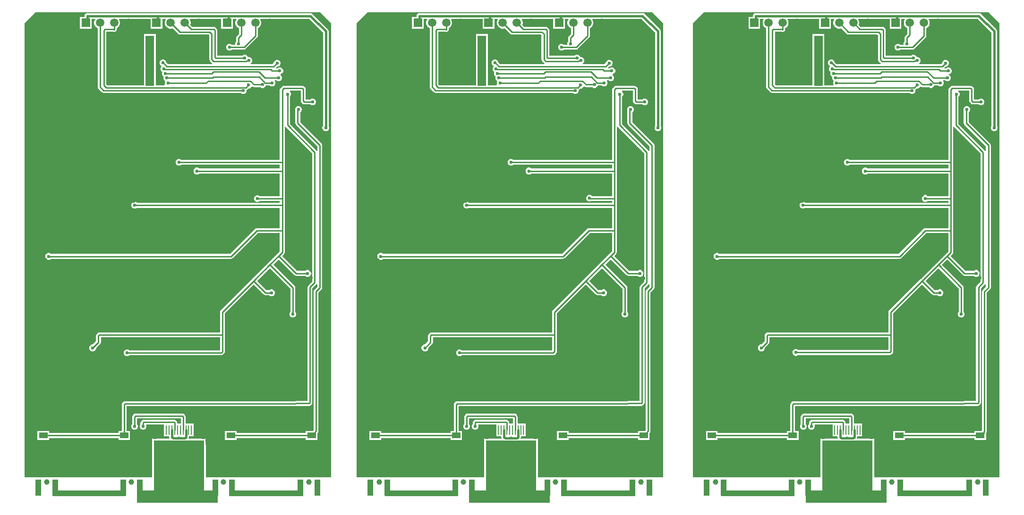
<source format=gbl>
G04*
G04 #@! TF.GenerationSoftware,Altium Limited,Altium Designer,23.6.0 (18)*
G04*
G04 Layer_Physical_Order=2*
G04 Layer_Color=16711680*
%FSLAX44Y44*%
%MOMM*%
G71*
G04*
G04 #@! TF.SameCoordinates,4061A6F7-F738-458C-8749-E02376798AA4*
G04*
G04*
G04 #@! TF.FilePolarity,Positive*
G04*
G01*
G75*
%ADD30R,0.2000X1.7000*%
%ADD33C,0.2540*%
%ADD34C,0.4000*%
%ADD35C,1.0000*%
%ADD36R,1.5000X9.0000*%
%ADD37R,9.0000X2.0000*%
%ADD38R,9.0000X1.0000*%
%ADD39R,1.0000X3.0000*%
%ADD40O,1.0000X9.0000*%
%ADD41C,1.5000*%
%ADD42R,1.5000X1.5000*%
%ADD43O,9.0000X1.0000*%
%ADD44R,0.5700X2.0000*%
%ADD45R,9.0000X9.0000*%
%ADD46C,0.6000*%
%ADD47R,1.5000X1.0000*%
G36*
X1148750Y2058750D02*
Y1243750D01*
X923819D01*
Y1302500D01*
X923750Y1303024D01*
Y1304226D01*
X923819Y1304750D01*
X923750Y1305274D01*
Y1312750D01*
X916274D01*
X915750Y1312819D01*
X893423D01*
X892824Y1313939D01*
X892960Y1314142D01*
X893348Y1316093D01*
Y1317000D01*
X902250D01*
Y1340000D01*
X887604D01*
Y1352262D01*
X887272Y1353928D01*
X886329Y1355341D01*
X884841Y1356828D01*
X883428Y1357772D01*
X881762Y1358104D01*
X797988D01*
X796322Y1357772D01*
X794909Y1356828D01*
X793421Y1355341D01*
X792478Y1353928D01*
X792146Y1352262D01*
Y1339119D01*
X791541Y1338514D01*
X790627Y1336308D01*
Y1333921D01*
X791541Y1331716D01*
X793228Y1330028D01*
X795434Y1329115D01*
X797821D01*
X800026Y1330028D01*
X801714Y1331716D01*
X802627Y1333921D01*
Y1336308D01*
X801714Y1338514D01*
X800854Y1339374D01*
Y1349396D01*
X878896D01*
Y1340000D01*
X872604D01*
Y1341512D01*
X872272Y1343178D01*
X871329Y1344591D01*
X869841Y1346078D01*
X868428Y1347022D01*
X866762Y1347354D01*
X812738D01*
X811072Y1347022D01*
X809659Y1346078D01*
X808171Y1344591D01*
X807228Y1343178D01*
X806896Y1341512D01*
Y1339632D01*
X806163Y1338899D01*
X805250Y1336694D01*
Y1334307D01*
X806163Y1332101D01*
X807851Y1330414D01*
X810057Y1329500D01*
X812443D01*
X814649Y1330414D01*
X816337Y1332101D01*
X817250Y1334307D01*
Y1336694D01*
X816879Y1337590D01*
X817584Y1338646D01*
X849250D01*
Y1317000D01*
X858152D01*
Y1316093D01*
X858540Y1314142D01*
X858676Y1313939D01*
X858077Y1312819D01*
X835750D01*
X835226Y1312750D01*
X827750D01*
Y1305274D01*
X827681Y1304750D01*
X827698Y1304625D01*
X827681Y1304500D01*
Y1243750D01*
X598750D01*
Y2058750D01*
X618750Y2078750D01*
X1128750D01*
X1148750Y2058750D01*
D02*
G37*
G36*
X1751750Y2058750D02*
Y1243750D01*
X1526819D01*
Y1302500D01*
X1526750Y1303024D01*
Y1304226D01*
X1526819Y1304750D01*
X1526750Y1305274D01*
Y1312750D01*
X1519274D01*
X1518750Y1312819D01*
X1496423D01*
X1495824Y1313939D01*
X1495960Y1314142D01*
X1496348Y1316093D01*
Y1317000D01*
X1505250D01*
Y1340000D01*
X1490604D01*
Y1352262D01*
X1490272Y1353928D01*
X1489328Y1355341D01*
X1487841Y1356828D01*
X1486428Y1357772D01*
X1484762Y1358104D01*
X1400988D01*
X1399322Y1357772D01*
X1397909Y1356828D01*
X1396422Y1355341D01*
X1395478Y1353928D01*
X1395146Y1352262D01*
Y1339119D01*
X1394541Y1338514D01*
X1393627Y1336308D01*
Y1333921D01*
X1394541Y1331716D01*
X1396228Y1330028D01*
X1398434Y1329115D01*
X1400821D01*
X1403026Y1330028D01*
X1404714Y1331716D01*
X1405627Y1333921D01*
Y1336308D01*
X1404714Y1338514D01*
X1403854Y1339374D01*
Y1349396D01*
X1481896D01*
Y1340000D01*
X1475604D01*
Y1341512D01*
X1475273Y1343178D01*
X1474329Y1344591D01*
X1472841Y1346078D01*
X1471428Y1347022D01*
X1469762Y1347354D01*
X1415738D01*
X1414072Y1347022D01*
X1412659Y1346078D01*
X1411172Y1344591D01*
X1410228Y1343178D01*
X1409896Y1341512D01*
Y1339632D01*
X1409164Y1338899D01*
X1408250Y1336693D01*
Y1334306D01*
X1409164Y1332101D01*
X1410851Y1330413D01*
X1413056Y1329500D01*
X1415444D01*
X1417649Y1330413D01*
X1419337Y1332101D01*
X1420250Y1334306D01*
Y1336693D01*
X1419879Y1337590D01*
X1420584Y1338646D01*
X1452250D01*
Y1317000D01*
X1461152D01*
Y1316093D01*
X1461540Y1314142D01*
X1461676Y1313939D01*
X1461077Y1312819D01*
X1438750D01*
X1438226Y1312750D01*
X1430750D01*
Y1305274D01*
X1430681Y1304750D01*
X1430697Y1304625D01*
X1430681Y1304500D01*
Y1243750D01*
X1201750D01*
Y2058750D01*
X1201750D01*
X1221750Y2078750D01*
X1731750D01*
X1751750Y2058750D01*
D02*
G37*
G36*
X553500D02*
Y1243750D01*
X328569D01*
Y1302500D01*
X328500Y1303024D01*
Y1304226D01*
X328569Y1304750D01*
X328500Y1305274D01*
Y1312750D01*
X321024D01*
X320500Y1312819D01*
X298173D01*
X297574Y1313939D01*
X297710Y1314142D01*
X298098Y1316093D01*
Y1317000D01*
X307000D01*
Y1340000D01*
X292354D01*
Y1352262D01*
X292022Y1353928D01*
X291078Y1355341D01*
X289591Y1356828D01*
X288178Y1357772D01*
X286512Y1358104D01*
X202738D01*
X201072Y1357772D01*
X199659Y1356828D01*
X198172Y1355341D01*
X197228Y1353928D01*
X196896Y1352262D01*
Y1339119D01*
X196291Y1338514D01*
X195377Y1336308D01*
Y1333921D01*
X196291Y1331716D01*
X197978Y1330028D01*
X200184Y1329115D01*
X202571D01*
X204776Y1330028D01*
X206464Y1331716D01*
X207377Y1333921D01*
Y1336308D01*
X206464Y1338514D01*
X205604Y1339374D01*
Y1349396D01*
X283646D01*
Y1340000D01*
X277354D01*
Y1341512D01*
X277022Y1343178D01*
X276079Y1344591D01*
X274591Y1346078D01*
X273178Y1347022D01*
X271512Y1347354D01*
X217488D01*
X215822Y1347022D01*
X214409Y1346078D01*
X212922Y1344591D01*
X211978Y1343178D01*
X211646Y1341512D01*
Y1339632D01*
X210913Y1338899D01*
X210000Y1336693D01*
Y1334306D01*
X210913Y1332101D01*
X212601Y1330413D01*
X214806Y1329500D01*
X217194D01*
X219399Y1330413D01*
X221087Y1332101D01*
X222000Y1334306D01*
Y1336693D01*
X221628Y1337590D01*
X222334Y1338646D01*
X254000D01*
Y1317000D01*
X262902D01*
Y1316093D01*
X263290Y1314142D01*
X263426Y1313939D01*
X262827Y1312819D01*
X240500D01*
X239976Y1312750D01*
X232500D01*
Y1305274D01*
X232431Y1304750D01*
X232447Y1304625D01*
X232431Y1304500D01*
Y1243750D01*
X3500D01*
Y2058750D01*
X23500Y2078750D01*
X533500D01*
X553500Y2058750D01*
D02*
G37*
%LPC*%
G36*
X1097012Y1946354D02*
X1063500D01*
X1061834Y1946022D01*
X1060422Y1945078D01*
X1057922Y1942578D01*
X1056978Y1941166D01*
X1056646Y1939500D01*
Y1813463D01*
X879819D01*
X879087Y1814196D01*
X876881Y1815110D01*
X874494D01*
X872289Y1814196D01*
X870601Y1812509D01*
X869688Y1810303D01*
Y1807916D01*
X870601Y1805711D01*
X872289Y1804023D01*
X874494Y1803110D01*
X876881D01*
X879087Y1804023D01*
X879819Y1804756D01*
X1056646D01*
Y1797968D01*
X912009D01*
X911276Y1798701D01*
X909071Y1799615D01*
X906684D01*
X904478Y1798701D01*
X902791Y1797014D01*
X901877Y1794808D01*
Y1792421D01*
X902791Y1790216D01*
X904478Y1788528D01*
X906684Y1787615D01*
X909071D01*
X911276Y1788528D01*
X912009Y1789261D01*
X1056646D01*
Y1748468D01*
X1021017D01*
X1019649Y1749837D01*
X1017443Y1750750D01*
X1015057D01*
X1012851Y1749837D01*
X1011163Y1748149D01*
X1010250Y1745943D01*
Y1743557D01*
X1011163Y1741351D01*
X1012851Y1739664D01*
X1015057Y1738750D01*
X1017443D01*
X1019649Y1739664D01*
X1019746Y1739761D01*
X1056646D01*
Y1736219D01*
X800767D01*
X799899Y1737087D01*
X797693Y1738000D01*
X795306D01*
X793101Y1737087D01*
X791413Y1735399D01*
X790500Y1733194D01*
Y1730806D01*
X791413Y1728601D01*
X793101Y1726913D01*
X795306Y1726000D01*
X797693D01*
X799899Y1726913D01*
X800497Y1727511D01*
X1056646D01*
Y1690854D01*
X1015500D01*
X1013834Y1690522D01*
X1012421Y1689579D01*
X967562Y1644719D01*
X646509D01*
X645776Y1645452D01*
X643571Y1646365D01*
X641184D01*
X638978Y1645452D01*
X637291Y1643764D01*
X636377Y1641558D01*
Y1639171D01*
X637291Y1636966D01*
X638978Y1635278D01*
X641184Y1634365D01*
X643571D01*
X645776Y1635278D01*
X646509Y1636011D01*
X969365D01*
X971031Y1636343D01*
X972443Y1637286D01*
X1017303Y1682146D01*
X1056646D01*
Y1649303D01*
X1051547Y1644204D01*
X1051546Y1644203D01*
X1035671Y1628329D01*
X1006546Y1599203D01*
X950549Y1543206D01*
X949605Y1541793D01*
X949274Y1540127D01*
Y1503854D01*
X732988D01*
X731322Y1503522D01*
X729909Y1502578D01*
X728421Y1501091D01*
X727478Y1499678D01*
X727146Y1498012D01*
Y1488041D01*
X721220Y1482115D01*
X720184D01*
X717978Y1481201D01*
X716291Y1479514D01*
X715377Y1477308D01*
Y1474921D01*
X716291Y1472716D01*
X717978Y1471028D01*
X720184Y1470115D01*
X722571D01*
X724776Y1471028D01*
X726464Y1472716D01*
X727377Y1474921D01*
Y1475958D01*
X734578Y1483159D01*
X735522Y1484572D01*
X735854Y1486238D01*
Y1495146D01*
X949274D01*
Y1471354D01*
X787632D01*
X786899Y1472087D01*
X784694Y1473000D01*
X782307D01*
X780101Y1472087D01*
X778413Y1470399D01*
X777500Y1468194D01*
Y1465807D01*
X778413Y1463601D01*
X780101Y1461913D01*
X782307Y1461000D01*
X784694D01*
X786899Y1461913D01*
X787632Y1462646D01*
X951274D01*
X952940Y1462978D01*
X954353Y1463922D01*
X955218Y1464786D01*
X955962Y1465530D01*
X955962Y1465530D01*
X955962Y1465531D01*
X956706Y1466274D01*
X957175Y1466977D01*
X957649Y1467687D01*
X957649Y1467687D01*
X957649Y1467687D01*
X957801Y1468449D01*
X957981Y1469353D01*
Y1538324D01*
X1009625Y1589968D01*
X1027557Y1572036D01*
X1028969Y1571093D01*
X1030635Y1570761D01*
X1037495D01*
X1038228Y1570028D01*
X1040434Y1569115D01*
X1042821D01*
X1045026Y1570028D01*
X1046714Y1571716D01*
X1047627Y1573921D01*
Y1576308D01*
X1046714Y1578514D01*
X1045026Y1580202D01*
X1042821Y1581115D01*
X1040434D01*
X1038228Y1580202D01*
X1037495Y1579469D01*
X1032438D01*
X1015782Y1596125D01*
X1038750Y1619093D01*
X1075524Y1582320D01*
Y1540497D01*
X1074791Y1539764D01*
X1073877Y1537558D01*
Y1535172D01*
X1074791Y1532966D01*
X1076478Y1531278D01*
X1078684Y1530365D01*
X1081071D01*
X1083276Y1531278D01*
X1084964Y1532966D01*
X1085877Y1535172D01*
Y1537558D01*
X1084964Y1539764D01*
X1084231Y1540497D01*
Y1584123D01*
X1083899Y1585789D01*
X1082956Y1587201D01*
X1044907Y1625250D01*
X1054625Y1634968D01*
X1082807Y1606786D01*
X1084219Y1605843D01*
X1085885Y1605511D01*
X1102495D01*
X1103228Y1604778D01*
X1105434Y1603865D01*
X1107821D01*
X1110026Y1604778D01*
X1111714Y1606466D01*
X1112627Y1608671D01*
Y1611058D01*
X1111714Y1613264D01*
X1110026Y1614951D01*
X1107821Y1615865D01*
X1105434D01*
X1103228Y1614951D01*
X1102495Y1614218D01*
X1087689D01*
X1060782Y1641125D01*
X1064079Y1644422D01*
X1065022Y1645834D01*
X1065354Y1647500D01*
Y1873654D01*
X1065602Y1873749D01*
X1066624Y1873866D01*
X1067421Y1872672D01*
X1114646Y1825447D01*
Y1594803D01*
X1107672Y1587829D01*
X1106728Y1586416D01*
X1106396Y1584750D01*
Y1380604D01*
X1085250D01*
X1083993Y1380354D01*
X779238D01*
X777572Y1380022D01*
X776159Y1379079D01*
X774671Y1377591D01*
X773728Y1376178D01*
X773396Y1374512D01*
Y1326750D01*
X767250D01*
Y1323104D01*
X643250D01*
Y1326750D01*
X622250D01*
Y1310750D01*
X643250D01*
Y1314396D01*
X767250D01*
Y1310750D01*
X788250D01*
Y1326750D01*
X782104D01*
Y1371646D01*
X1085000D01*
X1086257Y1371896D01*
X1109262D01*
X1110928Y1372228D01*
X1112341Y1373172D01*
X1113829Y1374659D01*
X1114772Y1376072D01*
X1115104Y1377738D01*
Y1582947D01*
X1122078Y1589922D01*
X1122876Y1591116D01*
X1123898Y1590999D01*
X1124146Y1590904D01*
Y1585803D01*
X1118421Y1580078D01*
X1117478Y1578666D01*
X1117146Y1577000D01*
Y1328303D01*
X1116901Y1328058D01*
X1116027Y1326750D01*
X1103250D01*
Y1323104D01*
X979250D01*
Y1326750D01*
X958250D01*
Y1310750D01*
X979250D01*
Y1314396D01*
X1103250D01*
Y1310750D01*
X1124250D01*
Y1322059D01*
X1124334Y1322480D01*
Y1323177D01*
X1124578Y1323422D01*
X1125522Y1324834D01*
X1125854Y1326500D01*
Y1575197D01*
X1131579Y1580921D01*
X1132522Y1582334D01*
X1132854Y1584000D01*
Y1839750D01*
X1132522Y1841416D01*
X1131579Y1842829D01*
X1093104Y1881303D01*
Y1898957D01*
X1093276Y1899028D01*
X1094964Y1900716D01*
X1095877Y1902921D01*
Y1905308D01*
X1094964Y1907514D01*
X1093276Y1909202D01*
X1091071Y1910115D01*
X1088684D01*
X1086478Y1909202D01*
X1084791Y1907514D01*
X1083877Y1905308D01*
Y1902921D01*
X1084396Y1901668D01*
Y1879500D01*
X1084728Y1877834D01*
X1085671Y1876422D01*
X1124146Y1837947D01*
Y1829346D01*
X1123898Y1829251D01*
X1122876Y1829134D01*
X1122078Y1830329D01*
X1074854Y1877553D01*
Y1926868D01*
X1076087Y1928101D01*
X1077000Y1930307D01*
Y1932693D01*
X1076087Y1934899D01*
X1074609Y1936376D01*
X1074841Y1937369D01*
X1074998Y1937646D01*
X1094146D01*
Y1919480D01*
X1094478Y1917814D01*
X1095422Y1916401D01*
X1097286Y1914536D01*
X1098699Y1913593D01*
X1100365Y1913261D01*
X1111245D01*
X1111978Y1912528D01*
X1114184Y1911615D01*
X1116571D01*
X1118776Y1912528D01*
X1120464Y1914216D01*
X1121377Y1916421D01*
Y1918808D01*
X1120464Y1921014D01*
X1118776Y1922702D01*
X1116571Y1923615D01*
X1114184D01*
X1111978Y1922702D01*
X1111245Y1921969D01*
X1102854D01*
Y1940512D01*
X1102522Y1942178D01*
X1101579Y1943591D01*
X1100091Y1945078D01*
X1098678Y1946022D01*
X1097012Y1946354D01*
D02*
G37*
G36*
X1111500Y2077098D02*
X711593D01*
X709642Y2076710D01*
X707988Y2075605D01*
X706883Y2073951D01*
X706495Y2072000D01*
Y2070000D01*
X698450D01*
Y2049000D01*
X719450D01*
Y2066902D01*
X725265D01*
X725766Y2065632D01*
X724566Y2063553D01*
X723850Y2060882D01*
Y2058118D01*
X724566Y2055447D01*
X725948Y2053053D01*
X727903Y2051098D01*
X729996Y2049889D01*
Y1944380D01*
X730328Y1942714D01*
X731272Y1941301D01*
X737401Y1935172D01*
X738814Y1934228D01*
X740480Y1933896D01*
X986725D01*
X987978Y1932643D01*
X990184Y1931730D01*
X992571D01*
X994776Y1932643D01*
X996464Y1934331D01*
X997377Y1936537D01*
Y1938923D01*
X997337Y1939020D01*
X997448Y1939228D01*
X998861Y1940172D01*
X1000439Y1941750D01*
X1001944D01*
X1004149Y1942664D01*
X1005837Y1944351D01*
X1006067Y1944906D01*
X1007562Y1945199D01*
X1008469Y1944593D01*
X1010135Y1944261D01*
X1021496D01*
X1022228Y1943528D01*
X1024434Y1942615D01*
X1026821D01*
X1029026Y1943528D01*
X1030714Y1945216D01*
X1031627Y1947421D01*
Y1947511D01*
X1038245D01*
X1038978Y1946778D01*
X1041184Y1945865D01*
X1043571D01*
X1045776Y1946778D01*
X1047464Y1948466D01*
X1048377Y1950671D01*
Y1953058D01*
X1047464Y1955264D01*
X1047389Y1955338D01*
X1047875Y1956511D01*
X1050745D01*
X1051478Y1955778D01*
X1053684Y1954865D01*
X1056071D01*
X1058276Y1955778D01*
X1059964Y1957466D01*
X1060877Y1959671D01*
Y1962058D01*
X1059964Y1964264D01*
X1058276Y1965952D01*
X1057875Y1966118D01*
X1057845Y1966801D01*
X1058001Y1967440D01*
X1060026Y1968278D01*
X1061714Y1969966D01*
X1062627Y1972171D01*
Y1974558D01*
X1061714Y1976764D01*
X1060026Y1978452D01*
X1057821Y1979365D01*
X1055434D01*
X1053228Y1978452D01*
X1052495Y1977719D01*
X1049934D01*
X1049408Y1978988D01*
X1051784Y1981365D01*
X1052821D01*
X1055026Y1982278D01*
X1056714Y1983966D01*
X1057627Y1986171D01*
Y1988558D01*
X1056714Y1990764D01*
X1055026Y1992451D01*
X1052821Y1993365D01*
X1050434D01*
X1048228Y1992451D01*
X1046541Y1990764D01*
X1045627Y1988558D01*
Y1987522D01*
X1043709Y1985604D01*
X1004555D01*
X1004303Y1986874D01*
X1004399Y1986913D01*
X1006087Y1988601D01*
X1007000Y1990807D01*
Y1993194D01*
X1006087Y1995399D01*
X1004399Y1997087D01*
X1002194Y1998000D01*
X999807D01*
X999761Y1997981D01*
X999087Y1999609D01*
X997399Y2001297D01*
X995193Y2002210D01*
X992806D01*
X990601Y2001297D01*
X989868Y2000564D01*
X944354D01*
Y2046400D01*
X944022Y2048066D01*
X943079Y2049478D01*
X941404Y2051154D01*
X939991Y2052097D01*
X938325Y2052429D01*
X899628D01*
X896274Y2055783D01*
X896900Y2058118D01*
Y2060882D01*
X896184Y2063553D01*
X894984Y2065632D01*
X895485Y2066902D01*
X951600D01*
Y2049000D01*
X972600D01*
Y2066902D01*
X978415D01*
X978916Y2065632D01*
X977716Y2063553D01*
X977000Y2060882D01*
Y2058118D01*
X977716Y2055447D01*
X979098Y2053053D01*
X981053Y2051098D01*
X983146Y2049889D01*
Y2039660D01*
X979671Y2036186D01*
X978728Y2034773D01*
X978396Y2033107D01*
Y2026132D01*
X977663Y2025399D01*
X976750Y2023194D01*
Y2020807D01*
X976357Y2020219D01*
X970509D01*
X969776Y2020952D01*
X967571Y2021865D01*
X965184D01*
X962978Y2020952D01*
X961291Y2019264D01*
X960377Y2017058D01*
Y2014671D01*
X961291Y2012466D01*
X962978Y2010778D01*
X965184Y2009865D01*
X967571D01*
X969776Y2010778D01*
X970509Y2011511D01*
X992365D01*
X994031Y2011843D01*
X995443Y2012786D01*
X1015978Y2033322D01*
X1016922Y2034734D01*
X1017254Y2036400D01*
Y2049889D01*
X1019347Y2051098D01*
X1021302Y2053053D01*
X1022684Y2055447D01*
X1023400Y2058118D01*
Y2060882D01*
X1022684Y2063553D01*
X1021484Y2065632D01*
X1021985Y2066902D01*
X1109388D01*
X1133779Y2042511D01*
Y1874486D01*
X1132877Y1872308D01*
Y1869921D01*
X1133791Y1867716D01*
X1135478Y1866028D01*
X1137684Y1865115D01*
X1140071D01*
X1142276Y1866028D01*
X1143964Y1867716D01*
X1144877Y1869921D01*
Y1872308D01*
X1143975Y1874486D01*
Y2044623D01*
X1143587Y2046574D01*
X1142482Y2048228D01*
X1115105Y2075605D01*
X1113451Y2076710D01*
X1111500Y2077098D01*
D02*
G37*
%LPD*%
G36*
X852416Y2065632D02*
X851216Y2063553D01*
X850500Y2060882D01*
Y2058118D01*
X851216Y2055447D01*
X852598Y2053053D01*
X854553Y2051098D01*
X856947Y2049716D01*
X859618Y2049000D01*
X862382D01*
X864717Y2049626D01*
X874671Y2039671D01*
X876084Y2038728D01*
X877750Y2038396D01*
X929447D01*
X930396Y2037447D01*
Y1993488D01*
X930728Y1991822D01*
X931672Y1990410D01*
X934469Y1987612D01*
X935574Y1986874D01*
X935217Y1985604D01*
X856053D01*
X853150Y1988506D01*
Y1989041D01*
X852237Y1991247D01*
X850549Y1992934D01*
X848344Y1993848D01*
X845957D01*
X843752Y1992934D01*
X842064Y1991247D01*
X841151Y1989041D01*
Y1986654D01*
X842064Y1984449D01*
X843752Y1982761D01*
X844164Y1982590D01*
X844412Y1981345D01*
X843564Y1980497D01*
X842651Y1978291D01*
Y1975904D01*
X843564Y1973699D01*
X845252Y1972011D01*
X846372Y1971548D01*
X845500Y1969444D01*
Y1967057D01*
X846413Y1964851D01*
X848101Y1963163D01*
X848571Y1962969D01*
X848250Y1962193D01*
Y1959807D01*
X849164Y1957601D01*
X850851Y1955914D01*
X851077Y1954690D01*
X850250Y1952693D01*
Y1950307D01*
X850844Y1948874D01*
X850002Y1947604D01*
X834250D01*
Y2039250D01*
X813250D01*
Y1947604D01*
X747553D01*
X745854Y1949303D01*
Y2043896D01*
X757457D01*
X758084Y2043478D01*
X759750Y2043146D01*
X761416Y2043478D01*
X762829Y2044422D01*
X763772Y2045834D01*
X764104Y2047500D01*
Y2049889D01*
X766197Y2051098D01*
X768152Y2053053D01*
X769534Y2055447D01*
X770250Y2058118D01*
Y2060882D01*
X769534Y2063553D01*
X768334Y2065632D01*
X768835Y2066902D01*
X825100D01*
Y2049000D01*
X846100D01*
Y2066902D01*
X851915D01*
X852416Y2065632D01*
D02*
G37*
%LPC*%
G36*
X1700012Y1946354D02*
X1666500D01*
X1664834Y1946022D01*
X1663421Y1945078D01*
X1660921Y1942578D01*
X1659978Y1941166D01*
X1659646Y1939500D01*
Y1813463D01*
X1482820D01*
X1482086Y1814196D01*
X1479881Y1815110D01*
X1477494D01*
X1475289Y1814196D01*
X1473601Y1812509D01*
X1472688Y1810303D01*
Y1807916D01*
X1473601Y1805711D01*
X1475289Y1804023D01*
X1477494Y1803110D01*
X1479881D01*
X1482086Y1804023D01*
X1482820Y1804756D01*
X1659646D01*
Y1797968D01*
X1515009D01*
X1514276Y1798701D01*
X1512071Y1799615D01*
X1509684D01*
X1507478Y1798701D01*
X1505791Y1797014D01*
X1504877Y1794808D01*
Y1792421D01*
X1505791Y1790216D01*
X1507478Y1788528D01*
X1509684Y1787615D01*
X1512071D01*
X1514276Y1788528D01*
X1515009Y1789261D01*
X1659646D01*
Y1748468D01*
X1623017D01*
X1621900Y1749585D01*
X1619695Y1750498D01*
X1617308D01*
X1615103Y1749585D01*
X1613415Y1747897D01*
X1612502Y1745692D01*
Y1743305D01*
X1613415Y1741100D01*
X1615103Y1739412D01*
X1617308Y1738499D01*
X1619695D01*
X1621900Y1739412D01*
X1622250Y1739761D01*
X1659646D01*
Y1736219D01*
X1403767D01*
X1402555Y1737431D01*
X1400349Y1738344D01*
X1397962D01*
X1395757Y1737431D01*
X1394069Y1735743D01*
X1393156Y1733538D01*
Y1731151D01*
X1394069Y1728945D01*
X1395757Y1727258D01*
X1397962Y1726344D01*
X1400349D01*
X1402555Y1727258D01*
X1402808Y1727511D01*
X1659646D01*
Y1690854D01*
X1618500D01*
X1616834Y1690522D01*
X1615421Y1689579D01*
X1570562Y1644718D01*
X1249509D01*
X1248776Y1645451D01*
X1246571Y1646365D01*
X1244184D01*
X1241978Y1645451D01*
X1240291Y1643764D01*
X1239377Y1641558D01*
Y1639171D01*
X1240291Y1636966D01*
X1241978Y1635278D01*
X1244184Y1634365D01*
X1246571D01*
X1248776Y1635278D01*
X1249509Y1636011D01*
X1572365D01*
X1574031Y1636343D01*
X1575443Y1637286D01*
X1620303Y1682146D01*
X1659646D01*
Y1649303D01*
X1654547Y1644203D01*
X1654547Y1644203D01*
X1638672Y1628329D01*
X1609547Y1599203D01*
X1553549Y1543206D01*
X1552605Y1541793D01*
X1552274Y1540127D01*
Y1503854D01*
X1335988D01*
X1334322Y1503522D01*
X1332909Y1502578D01*
X1331422Y1501091D01*
X1330478Y1499678D01*
X1330146Y1498012D01*
Y1488041D01*
X1324220Y1482115D01*
X1323184D01*
X1320978Y1481201D01*
X1319291Y1479514D01*
X1318377Y1477308D01*
Y1474921D01*
X1319291Y1472716D01*
X1320978Y1471028D01*
X1323184Y1470115D01*
X1325571D01*
X1327776Y1471028D01*
X1329464Y1472716D01*
X1330377Y1474921D01*
Y1475958D01*
X1337578Y1483159D01*
X1338522Y1484572D01*
X1338854Y1486238D01*
Y1495146D01*
X1552274D01*
Y1472068D01*
X1390596D01*
X1389863Y1472801D01*
X1387658Y1473715D01*
X1385271D01*
X1383066Y1472801D01*
X1381378Y1471113D01*
X1380465Y1468908D01*
Y1466521D01*
X1381378Y1464316D01*
X1383066Y1462628D01*
X1385271Y1461715D01*
X1387658D01*
X1389863Y1462628D01*
X1390596Y1463361D01*
X1554989D01*
X1556655Y1463692D01*
X1558067Y1464636D01*
X1559706Y1466274D01*
X1560649Y1467687D01*
X1560981Y1469353D01*
Y1538324D01*
X1612625Y1589968D01*
X1630557Y1572036D01*
X1631969Y1571093D01*
X1633635Y1570761D01*
X1640495D01*
X1641228Y1570028D01*
X1643434Y1569115D01*
X1645821D01*
X1648026Y1570028D01*
X1649714Y1571716D01*
X1650627Y1573921D01*
Y1576308D01*
X1649714Y1578514D01*
X1648026Y1580201D01*
X1645821Y1581115D01*
X1643434D01*
X1641228Y1580201D01*
X1640495Y1579469D01*
X1635438D01*
X1618782Y1596125D01*
X1641750Y1619093D01*
X1678524Y1582319D01*
Y1540497D01*
X1677791Y1539764D01*
X1676877Y1537558D01*
Y1535171D01*
X1677791Y1532966D01*
X1679478Y1531278D01*
X1681684Y1530365D01*
X1684071D01*
X1686276Y1531278D01*
X1687964Y1532966D01*
X1688877Y1535171D01*
Y1537558D01*
X1687964Y1539764D01*
X1687231Y1540497D01*
Y1584123D01*
X1686899Y1585789D01*
X1685956Y1587201D01*
X1647907Y1625250D01*
X1657625Y1634968D01*
X1685807Y1606786D01*
X1687219Y1605843D01*
X1688885Y1605511D01*
X1705495D01*
X1706228Y1604778D01*
X1708434Y1603865D01*
X1710821D01*
X1713026Y1604778D01*
X1714714Y1606466D01*
X1715627Y1608671D01*
Y1611058D01*
X1714714Y1613264D01*
X1713026Y1614951D01*
X1710821Y1615865D01*
X1708434D01*
X1706228Y1614951D01*
X1705495Y1614218D01*
X1690688D01*
X1663782Y1641125D01*
X1667079Y1644422D01*
X1668022Y1645834D01*
X1668354Y1647500D01*
Y1873654D01*
X1668602Y1873749D01*
X1669624Y1873866D01*
X1670421Y1872672D01*
X1717646Y1825447D01*
Y1594803D01*
X1710672Y1587828D01*
X1709728Y1586416D01*
X1709396Y1584750D01*
Y1380604D01*
X1688250D01*
X1686993Y1380354D01*
X1382238D01*
X1380572Y1380022D01*
X1379159Y1379078D01*
X1377672Y1377590D01*
X1376728Y1376178D01*
X1376396Y1374512D01*
Y1326750D01*
X1370250D01*
Y1323104D01*
X1246250D01*
Y1326750D01*
X1225250D01*
Y1310750D01*
X1246250D01*
Y1314396D01*
X1370250D01*
Y1310750D01*
X1391250D01*
Y1326750D01*
X1385104D01*
Y1371646D01*
X1688000D01*
X1689257Y1371896D01*
X1712262D01*
X1713928Y1372228D01*
X1715341Y1373172D01*
X1716828Y1374659D01*
X1717772Y1376072D01*
X1718104Y1377738D01*
Y1582947D01*
X1725078Y1589922D01*
X1725876Y1591116D01*
X1726898Y1590999D01*
X1727146Y1590904D01*
Y1585803D01*
X1721422Y1580078D01*
X1720478Y1578666D01*
X1720146Y1577000D01*
Y1328303D01*
X1719901Y1328058D01*
X1719027Y1326750D01*
X1706250D01*
Y1323104D01*
X1582250D01*
Y1326750D01*
X1561250D01*
Y1310750D01*
X1582250D01*
Y1314396D01*
X1706250D01*
Y1310750D01*
X1727250D01*
Y1322059D01*
X1727334Y1322480D01*
Y1323177D01*
X1727578Y1323421D01*
X1728522Y1324834D01*
X1728854Y1326500D01*
Y1575197D01*
X1734579Y1580921D01*
X1735522Y1582334D01*
X1735854Y1584000D01*
Y1839750D01*
X1735522Y1841416D01*
X1734579Y1842829D01*
X1696104Y1881303D01*
Y1898957D01*
X1696276Y1899028D01*
X1697964Y1900716D01*
X1698877Y1902921D01*
Y1905308D01*
X1697964Y1907514D01*
X1696276Y1909201D01*
X1694071Y1910115D01*
X1691684D01*
X1689478Y1909201D01*
X1687791Y1907514D01*
X1686877Y1905308D01*
Y1902921D01*
X1687396Y1901668D01*
Y1879500D01*
X1687728Y1877834D01*
X1688672Y1876422D01*
X1727146Y1837947D01*
Y1829346D01*
X1726898Y1829251D01*
X1725876Y1829134D01*
X1725078Y1830329D01*
X1677854Y1877553D01*
Y1926868D01*
X1679087Y1928101D01*
X1680000Y1930307D01*
Y1932693D01*
X1679087Y1934899D01*
X1677609Y1936376D01*
X1677841Y1937369D01*
X1677998Y1937646D01*
X1697146D01*
Y1919480D01*
X1697478Y1917814D01*
X1698421Y1916401D01*
X1700286Y1914536D01*
X1701699Y1913593D01*
X1703365Y1913261D01*
X1714245D01*
X1714978Y1912528D01*
X1717184Y1911615D01*
X1719571D01*
X1721776Y1912528D01*
X1723464Y1914216D01*
X1724377Y1916421D01*
Y1918808D01*
X1723464Y1921014D01*
X1721776Y1922701D01*
X1719571Y1923615D01*
X1717184D01*
X1714978Y1922701D01*
X1714245Y1921969D01*
X1705854D01*
Y1940512D01*
X1705522Y1942178D01*
X1704579Y1943591D01*
X1703091Y1945078D01*
X1701678Y1946022D01*
X1700012Y1946354D01*
D02*
G37*
G36*
X1714500Y2077098D02*
X1314593D01*
X1312642Y2076710D01*
X1310988Y2075605D01*
X1309883Y2073951D01*
X1309495Y2072000D01*
Y2070000D01*
X1301450D01*
Y2049000D01*
X1322450D01*
Y2066902D01*
X1328265D01*
X1328766Y2065632D01*
X1327566Y2063553D01*
X1326850Y2060882D01*
Y2058118D01*
X1327566Y2055447D01*
X1328948Y2053053D01*
X1330903Y2051098D01*
X1332996Y2049889D01*
Y1944380D01*
X1333328Y1942714D01*
X1334272Y1941301D01*
X1340401Y1935172D01*
X1341814Y1934228D01*
X1343480Y1933896D01*
X1589725D01*
X1590978Y1932643D01*
X1593184Y1931730D01*
X1595571D01*
X1597776Y1932643D01*
X1599464Y1934331D01*
X1600377Y1936537D01*
Y1938923D01*
X1600337Y1939020D01*
X1600448Y1939228D01*
X1601861Y1940172D01*
X1603439Y1941750D01*
X1604944D01*
X1607149Y1942663D01*
X1608837Y1944351D01*
X1609066Y1944906D01*
X1610562Y1945199D01*
X1611469Y1944593D01*
X1613135Y1944261D01*
X1624496D01*
X1625228Y1943528D01*
X1627434Y1942615D01*
X1629821D01*
X1632026Y1943528D01*
X1633714Y1945216D01*
X1634627Y1947421D01*
Y1947511D01*
X1641246D01*
X1641978Y1946778D01*
X1644184Y1945865D01*
X1646571D01*
X1648776Y1946778D01*
X1650464Y1948466D01*
X1651377Y1950671D01*
Y1953058D01*
X1650464Y1955264D01*
X1650389Y1955338D01*
X1650875Y1956511D01*
X1653746D01*
X1654478Y1955778D01*
X1656684Y1954865D01*
X1659071D01*
X1661276Y1955778D01*
X1662964Y1957466D01*
X1663877Y1959671D01*
Y1962058D01*
X1662964Y1964264D01*
X1661276Y1965951D01*
X1660875Y1966117D01*
X1660845Y1966801D01*
X1661001Y1967440D01*
X1663026Y1968278D01*
X1664714Y1969966D01*
X1665627Y1972171D01*
Y1974558D01*
X1664714Y1976764D01*
X1663026Y1978451D01*
X1660821Y1979365D01*
X1658434D01*
X1656228Y1978451D01*
X1655495Y1977719D01*
X1652934D01*
X1652408Y1978988D01*
X1654784Y1981365D01*
X1655821D01*
X1658026Y1982278D01*
X1659714Y1983966D01*
X1660627Y1986171D01*
Y1988558D01*
X1659714Y1990764D01*
X1658026Y1992451D01*
X1655821Y1993365D01*
X1653434D01*
X1651228Y1992451D01*
X1649541Y1990764D01*
X1648627Y1988558D01*
Y1987522D01*
X1646709Y1985604D01*
X1607555D01*
X1607303Y1986874D01*
X1607399Y1986913D01*
X1609086Y1988601D01*
X1610000Y1990806D01*
Y1993193D01*
X1609086Y1995399D01*
X1607399Y1997086D01*
X1605193Y1998000D01*
X1602807D01*
X1602761Y1997981D01*
X1602087Y1999609D01*
X1600399Y2001297D01*
X1598194Y2002210D01*
X1595806D01*
X1593601Y2001297D01*
X1592868Y2000564D01*
X1547354D01*
Y2046400D01*
X1547022Y2048066D01*
X1546078Y2049478D01*
X1544403Y2051153D01*
X1542991Y2052097D01*
X1541325Y2052429D01*
X1502628D01*
X1499274Y2055783D01*
X1499900Y2058118D01*
Y2060882D01*
X1499184Y2063553D01*
X1497984Y2065632D01*
X1498485Y2066902D01*
X1554600D01*
Y2049000D01*
X1575600D01*
Y2066902D01*
X1581415D01*
X1581916Y2065632D01*
X1580716Y2063553D01*
X1580000Y2060882D01*
Y2058118D01*
X1580716Y2055447D01*
X1582098Y2053053D01*
X1584053Y2051098D01*
X1586146Y2049889D01*
Y2039660D01*
X1582672Y2036186D01*
X1581728Y2034773D01*
X1581396Y2033107D01*
Y2026132D01*
X1580663Y2025399D01*
X1579750Y2023193D01*
Y2020806D01*
X1579357Y2020219D01*
X1573509D01*
X1572776Y2020951D01*
X1570571Y2021865D01*
X1568184D01*
X1565978Y2020951D01*
X1564291Y2019264D01*
X1563377Y2017058D01*
Y2014671D01*
X1564291Y2012466D01*
X1565978Y2010778D01*
X1568184Y2009865D01*
X1570571D01*
X1572776Y2010778D01*
X1573509Y2011511D01*
X1595365D01*
X1597031Y2011843D01*
X1598443Y2012786D01*
X1618978Y2033321D01*
X1619922Y2034734D01*
X1620254Y2036400D01*
Y2049889D01*
X1622347Y2051098D01*
X1624302Y2053053D01*
X1625684Y2055447D01*
X1626400Y2058118D01*
Y2060882D01*
X1625684Y2063553D01*
X1624484Y2065632D01*
X1624985Y2066902D01*
X1712388D01*
X1736779Y2042511D01*
Y1874486D01*
X1735877Y1872308D01*
Y1869921D01*
X1736791Y1867716D01*
X1738478Y1866028D01*
X1740684Y1865115D01*
X1743071D01*
X1745276Y1866028D01*
X1746964Y1867716D01*
X1747877Y1869921D01*
Y1872308D01*
X1746975Y1874486D01*
Y2044623D01*
X1746587Y2046574D01*
X1745482Y2048228D01*
X1718105Y2075605D01*
X1716451Y2076710D01*
X1714500Y2077098D01*
D02*
G37*
%LPD*%
G36*
X1455416Y2065632D02*
X1454216Y2063553D01*
X1453500Y2060882D01*
Y2058118D01*
X1454216Y2055447D01*
X1455598Y2053053D01*
X1457553Y2051098D01*
X1459947Y2049716D01*
X1462618Y2049000D01*
X1465382D01*
X1467717Y2049626D01*
X1477672Y2039671D01*
X1479084Y2038728D01*
X1480750Y2038396D01*
X1532447D01*
X1533396Y2037447D01*
Y1993488D01*
X1533728Y1991822D01*
X1534671Y1990409D01*
X1537469Y1987612D01*
X1538574Y1986874D01*
X1538217Y1985604D01*
X1459053D01*
X1456151Y1988506D01*
Y1989041D01*
X1455237Y1991246D01*
X1453549Y1992934D01*
X1451344Y1993848D01*
X1448957D01*
X1446752Y1992934D01*
X1445064Y1991246D01*
X1444151Y1989041D01*
Y1986654D01*
X1445064Y1984449D01*
X1446752Y1982761D01*
X1447164Y1982590D01*
X1447412Y1981345D01*
X1446564Y1980497D01*
X1445650Y1978291D01*
Y1975904D01*
X1446564Y1973699D01*
X1448252Y1972011D01*
X1449371Y1971548D01*
X1448500Y1969444D01*
Y1967056D01*
X1449413Y1964851D01*
X1451101Y1963163D01*
X1451571Y1962969D01*
X1451250Y1962193D01*
Y1959807D01*
X1452163Y1957601D01*
X1453851Y1955913D01*
X1454077Y1954690D01*
X1453250Y1952693D01*
Y1950307D01*
X1453844Y1948874D01*
X1453002Y1947604D01*
X1437250D01*
Y2039250D01*
X1416250D01*
Y1947604D01*
X1350553D01*
X1348854Y1949303D01*
Y2043896D01*
X1360457D01*
X1361084Y2043478D01*
X1362750Y2043146D01*
X1364416Y2043478D01*
X1365829Y2044422D01*
X1366772Y2045834D01*
X1367104Y2047500D01*
Y2049889D01*
X1369197Y2051098D01*
X1371152Y2053053D01*
X1372534Y2055447D01*
X1373250Y2058118D01*
Y2060882D01*
X1372534Y2063553D01*
X1371334Y2065632D01*
X1371835Y2066902D01*
X1428100D01*
Y2049000D01*
X1449100D01*
Y2066902D01*
X1454915D01*
X1455416Y2065632D01*
D02*
G37*
%LPC*%
G36*
X501762Y1946354D02*
X468250D01*
X466584Y1946022D01*
X465172Y1945078D01*
X462672Y1942578D01*
X461728Y1941166D01*
X461396Y1939500D01*
Y1813463D01*
X284569D01*
X283836Y1814196D01*
X281631Y1815110D01*
X279244D01*
X277039Y1814196D01*
X275351Y1812509D01*
X274438Y1810303D01*
Y1807916D01*
X275351Y1805711D01*
X277039Y1804023D01*
X279244Y1803110D01*
X281631D01*
X283836Y1804023D01*
X284569Y1804756D01*
X461396D01*
Y1797968D01*
X316759D01*
X316026Y1798701D01*
X313821Y1799615D01*
X311434D01*
X309228Y1798701D01*
X307541Y1797014D01*
X306627Y1794808D01*
Y1792421D01*
X307541Y1790216D01*
X309228Y1788528D01*
X311434Y1787615D01*
X313821D01*
X316026Y1788528D01*
X316759Y1789261D01*
X461396D01*
Y1748468D01*
X425517D01*
X424649Y1749337D01*
X422444Y1750250D01*
X420056D01*
X417851Y1749337D01*
X416163Y1747649D01*
X415250Y1745443D01*
Y1743056D01*
X416163Y1740851D01*
X417851Y1739163D01*
X420056Y1738250D01*
X422444D01*
X424649Y1739163D01*
X425247Y1739761D01*
X461396D01*
Y1736219D01*
X205767D01*
X204899Y1737086D01*
X202694Y1738000D01*
X200306D01*
X198101Y1737086D01*
X196413Y1735399D01*
X195500Y1733193D01*
Y1730806D01*
X196413Y1728601D01*
X198101Y1726913D01*
X200306Y1726000D01*
X202694D01*
X204899Y1726913D01*
X205497Y1727511D01*
X461396D01*
Y1690854D01*
X420250D01*
X418584Y1690522D01*
X417172Y1689579D01*
X372312Y1644718D01*
X51259D01*
X50526Y1645451D01*
X48321Y1646365D01*
X45934D01*
X43728Y1645451D01*
X42041Y1643764D01*
X41127Y1641558D01*
Y1639171D01*
X42041Y1636966D01*
X43728Y1635278D01*
X45934Y1634365D01*
X48321D01*
X50526Y1635278D01*
X51259Y1636011D01*
X374115D01*
X375781Y1636343D01*
X377193Y1637286D01*
X422053Y1682146D01*
X461396D01*
Y1649303D01*
X456297Y1644203D01*
X456297Y1644203D01*
X440421Y1628329D01*
X411297Y1599203D01*
X355299Y1543206D01*
X354355Y1541793D01*
X354024Y1540127D01*
Y1503854D01*
X137738D01*
X136072Y1503522D01*
X134659Y1502578D01*
X133172Y1501091D01*
X132228Y1499678D01*
X131896Y1498012D01*
Y1488041D01*
X125970Y1482115D01*
X124934D01*
X122728Y1481201D01*
X121041Y1479514D01*
X120127Y1477308D01*
Y1474921D01*
X121041Y1472716D01*
X122728Y1471028D01*
X124934Y1470115D01*
X127321D01*
X129526Y1471028D01*
X131214Y1472716D01*
X132127Y1474921D01*
Y1475958D01*
X139328Y1483159D01*
X140272Y1484572D01*
X140604Y1486238D01*
Y1495146D01*
X354024D01*
Y1471854D01*
X191882D01*
X191149Y1472587D01*
X188944Y1473500D01*
X186556D01*
X184351Y1472587D01*
X182663Y1470899D01*
X181750Y1468694D01*
Y1466306D01*
X182663Y1464101D01*
X184351Y1462413D01*
X186556Y1461500D01*
X188944D01*
X191149Y1462413D01*
X191882Y1463146D01*
X356524D01*
X358190Y1463478D01*
X359603Y1464422D01*
X361456Y1466274D01*
X362399Y1467687D01*
X362731Y1469353D01*
Y1538324D01*
X414375Y1589968D01*
X432307Y1572036D01*
X433719Y1571093D01*
X435385Y1570761D01*
X442245D01*
X442978Y1570028D01*
X445184Y1569115D01*
X447571D01*
X449776Y1570028D01*
X451464Y1571716D01*
X452377Y1573921D01*
Y1576308D01*
X451464Y1578514D01*
X449776Y1580201D01*
X447571Y1581115D01*
X445184D01*
X442978Y1580201D01*
X442245Y1579469D01*
X437188D01*
X420532Y1596125D01*
X443500Y1619093D01*
X480274Y1582319D01*
Y1540497D01*
X479541Y1539764D01*
X478627Y1537558D01*
Y1535171D01*
X479541Y1532966D01*
X481228Y1531278D01*
X483434Y1530365D01*
X485821D01*
X488026Y1531278D01*
X489714Y1532966D01*
X490627Y1535171D01*
Y1537558D01*
X489714Y1539764D01*
X488981Y1540497D01*
Y1584123D01*
X488649Y1585789D01*
X487706Y1587201D01*
X449657Y1625250D01*
X459375Y1634968D01*
X487557Y1606786D01*
X488969Y1605843D01*
X490635Y1605511D01*
X507245D01*
X507978Y1604778D01*
X510184Y1603865D01*
X512571D01*
X514776Y1604778D01*
X516464Y1606466D01*
X517377Y1608671D01*
Y1611058D01*
X516464Y1613264D01*
X514776Y1614951D01*
X512571Y1615865D01*
X510184D01*
X507978Y1614951D01*
X507245Y1614218D01*
X492439D01*
X465532Y1641125D01*
X468829Y1644422D01*
X469772Y1645834D01*
X470104Y1647500D01*
Y1873654D01*
X470352Y1873749D01*
X471374Y1873866D01*
X472172Y1872672D01*
X519396Y1825447D01*
Y1594803D01*
X512421Y1587828D01*
X511478Y1586416D01*
X511146Y1584750D01*
Y1380604D01*
X490000D01*
X488743Y1380354D01*
X183988D01*
X182322Y1380022D01*
X180909Y1379078D01*
X179422Y1377590D01*
X178478Y1376178D01*
X178146Y1374512D01*
Y1326750D01*
X172000D01*
Y1323104D01*
X48000D01*
Y1326750D01*
X27000D01*
Y1310750D01*
X48000D01*
Y1314396D01*
X172000D01*
Y1310750D01*
X193000D01*
Y1326750D01*
X186854D01*
Y1371646D01*
X489750D01*
X491007Y1371896D01*
X514012D01*
X515678Y1372228D01*
X517091Y1373172D01*
X518578Y1374659D01*
X519522Y1376072D01*
X519854Y1377738D01*
Y1582947D01*
X526828Y1589922D01*
X527626Y1591116D01*
X528648Y1590999D01*
X528896Y1590904D01*
Y1585803D01*
X523172Y1580078D01*
X522228Y1578666D01*
X521896Y1577000D01*
Y1328303D01*
X521651Y1328058D01*
X520777Y1326750D01*
X508000D01*
Y1323104D01*
X384000D01*
Y1326750D01*
X363000D01*
Y1310750D01*
X384000D01*
Y1314396D01*
X508000D01*
Y1310750D01*
X529000D01*
Y1322059D01*
X529084Y1322480D01*
Y1323177D01*
X529328Y1323421D01*
X530272Y1324834D01*
X530604Y1326500D01*
Y1575197D01*
X536329Y1580921D01*
X537272Y1582334D01*
X537604Y1584000D01*
Y1839750D01*
X537272Y1841416D01*
X536329Y1842829D01*
X497854Y1881303D01*
Y1898957D01*
X498026Y1899028D01*
X499714Y1900716D01*
X500627Y1902921D01*
Y1905308D01*
X499714Y1907514D01*
X498026Y1909201D01*
X495821Y1910115D01*
X493434D01*
X491228Y1909201D01*
X489541Y1907514D01*
X488627Y1905308D01*
Y1902921D01*
X489146Y1901668D01*
Y1879500D01*
X489478Y1877834D01*
X490421Y1876422D01*
X528896Y1837947D01*
Y1829346D01*
X528648Y1829251D01*
X527626Y1829134D01*
X526828Y1830329D01*
X479604Y1877553D01*
Y1926868D01*
X480837Y1928101D01*
X481750Y1930307D01*
Y1932693D01*
X480837Y1934899D01*
X479359Y1936376D01*
X479591Y1937369D01*
X479748Y1937646D01*
X498896D01*
Y1919480D01*
X499228Y1917814D01*
X500172Y1916401D01*
X502036Y1914536D01*
X503449Y1913593D01*
X505115Y1913261D01*
X515995D01*
X516728Y1912528D01*
X518934Y1911615D01*
X521321D01*
X523526Y1912528D01*
X525214Y1914216D01*
X526127Y1916421D01*
Y1918808D01*
X525214Y1921014D01*
X523526Y1922701D01*
X521321Y1923615D01*
X518934D01*
X516728Y1922701D01*
X515995Y1921969D01*
X507604D01*
Y1940512D01*
X507272Y1942178D01*
X506329Y1943591D01*
X504841Y1945078D01*
X503428Y1946022D01*
X501762Y1946354D01*
D02*
G37*
G36*
X516250Y2077098D02*
X116343D01*
X114392Y2076710D01*
X112738Y2075605D01*
X111633Y2073951D01*
X111245Y2072000D01*
Y2070000D01*
X103200D01*
Y2049000D01*
X124200D01*
Y2066902D01*
X130015D01*
X130516Y2065632D01*
X129316Y2063553D01*
X128600Y2060882D01*
Y2058118D01*
X129316Y2055447D01*
X130698Y2053053D01*
X132653Y2051098D01*
X134746Y2049889D01*
Y1944380D01*
X135078Y1942714D01*
X136021Y1941301D01*
X142151Y1935172D01*
X143564Y1934228D01*
X145230Y1933896D01*
X391475D01*
X392728Y1932643D01*
X394934Y1931730D01*
X397321D01*
X399526Y1932643D01*
X401214Y1934331D01*
X402127Y1936537D01*
Y1938923D01*
X402087Y1939020D01*
X402198Y1939228D01*
X403611Y1940172D01*
X405189Y1941750D01*
X406693D01*
X408899Y1942663D01*
X410587Y1944351D01*
X410816Y1944906D01*
X412312Y1945199D01*
X413219Y1944593D01*
X414885Y1944261D01*
X426245D01*
X426978Y1943528D01*
X429184Y1942615D01*
X431571D01*
X433776Y1943528D01*
X435464Y1945216D01*
X436377Y1947421D01*
Y1947511D01*
X442995D01*
X443728Y1946778D01*
X445934Y1945865D01*
X448321D01*
X450526Y1946778D01*
X452214Y1948466D01*
X453127Y1950671D01*
Y1953058D01*
X452214Y1955264D01*
X452139Y1955338D01*
X452625Y1956511D01*
X455495D01*
X456228Y1955778D01*
X458434Y1954865D01*
X460821D01*
X463026Y1955778D01*
X464714Y1957466D01*
X465627Y1959671D01*
Y1962058D01*
X464714Y1964264D01*
X463026Y1965951D01*
X462625Y1966117D01*
X462595Y1966801D01*
X462751Y1967440D01*
X464776Y1968278D01*
X466464Y1969966D01*
X467377Y1972171D01*
Y1974558D01*
X466464Y1976764D01*
X464776Y1978451D01*
X462571Y1979365D01*
X460184D01*
X457978Y1978451D01*
X457245Y1977719D01*
X454684D01*
X454158Y1978988D01*
X456534Y1981365D01*
X457571D01*
X459776Y1982278D01*
X461464Y1983966D01*
X462377Y1986171D01*
Y1988558D01*
X461464Y1990764D01*
X459776Y1992451D01*
X457571Y1993365D01*
X455184D01*
X452978Y1992451D01*
X451291Y1990764D01*
X450377Y1988558D01*
Y1987522D01*
X448459Y1985604D01*
X409305D01*
X409053Y1986874D01*
X409149Y1986913D01*
X410836Y1988601D01*
X411750Y1990806D01*
Y1993193D01*
X410836Y1995399D01*
X409149Y1997086D01*
X406944Y1998000D01*
X404557D01*
X404511Y1997981D01*
X403837Y1999609D01*
X402149Y2001297D01*
X399944Y2002210D01*
X397556D01*
X395351Y2001297D01*
X394618Y2000564D01*
X349104D01*
Y2046400D01*
X348772Y2048066D01*
X347828Y2049478D01*
X346153Y2051153D01*
X344741Y2052097D01*
X343075Y2052429D01*
X304378D01*
X301024Y2055783D01*
X301650Y2058118D01*
Y2060882D01*
X300934Y2063553D01*
X299734Y2065632D01*
X300235Y2066902D01*
X356350D01*
Y2049000D01*
X377350D01*
Y2066902D01*
X383165D01*
X383666Y2065632D01*
X382466Y2063553D01*
X381750Y2060882D01*
Y2058118D01*
X382466Y2055447D01*
X383848Y2053053D01*
X385803Y2051098D01*
X387896Y2049889D01*
Y2039660D01*
X384422Y2036186D01*
X383478Y2034773D01*
X383146Y2033107D01*
Y2026132D01*
X382413Y2025399D01*
X381500Y2023193D01*
Y2020806D01*
X381107Y2020219D01*
X375259D01*
X374526Y2020951D01*
X372321Y2021865D01*
X369934D01*
X367728Y2020951D01*
X366041Y2019264D01*
X365127Y2017058D01*
Y2014671D01*
X366041Y2012466D01*
X367728Y2010778D01*
X369934Y2009865D01*
X372321D01*
X374526Y2010778D01*
X375259Y2011511D01*
X397115D01*
X398781Y2011843D01*
X400193Y2012786D01*
X420728Y2033321D01*
X421672Y2034734D01*
X422004Y2036400D01*
Y2049889D01*
X424097Y2051098D01*
X426052Y2053053D01*
X427434Y2055447D01*
X428150Y2058118D01*
Y2060882D01*
X427434Y2063553D01*
X426234Y2065632D01*
X426735Y2066902D01*
X514138D01*
X538529Y2042511D01*
Y1874486D01*
X537627Y1872308D01*
Y1869921D01*
X538541Y1867716D01*
X540228Y1866028D01*
X542434Y1865115D01*
X544821D01*
X547026Y1866028D01*
X548714Y1867716D01*
X549627Y1869921D01*
Y1872308D01*
X548725Y1874486D01*
Y2044623D01*
X548337Y2046574D01*
X547232Y2048228D01*
X519855Y2075605D01*
X518201Y2076710D01*
X516250Y2077098D01*
D02*
G37*
%LPD*%
G36*
X257166Y2065632D02*
X255966Y2063553D01*
X255250Y2060882D01*
Y2058118D01*
X255966Y2055447D01*
X257348Y2053053D01*
X259303Y2051098D01*
X261697Y2049716D01*
X264368Y2049000D01*
X267132D01*
X269467Y2049626D01*
X279422Y2039671D01*
X280834Y2038728D01*
X282500Y2038396D01*
X334197D01*
X335146Y2037447D01*
Y1993488D01*
X335478Y1991822D01*
X336422Y1990409D01*
X339219Y1987612D01*
X340324Y1986874D01*
X339967Y1985604D01*
X260803D01*
X257901Y1988506D01*
Y1989041D01*
X256987Y1991246D01*
X255299Y1992934D01*
X253094Y1993848D01*
X250707D01*
X248502Y1992934D01*
X246814Y1991246D01*
X245900Y1989041D01*
Y1986654D01*
X246814Y1984449D01*
X248502Y1982761D01*
X248914Y1982590D01*
X249162Y1981345D01*
X248314Y1980497D01*
X247400Y1978291D01*
Y1975904D01*
X248314Y1973699D01*
X250002Y1972011D01*
X251122Y1971548D01*
X250250Y1969444D01*
Y1967056D01*
X251163Y1964851D01*
X252851Y1963163D01*
X253321Y1962969D01*
X253000Y1962193D01*
Y1959807D01*
X253913Y1957601D01*
X255601Y1955913D01*
X255827Y1954690D01*
X255000Y1952693D01*
Y1950307D01*
X255593Y1948874D01*
X254752Y1947604D01*
X239000D01*
Y2039250D01*
X218000D01*
Y1947604D01*
X152303D01*
X150604Y1949303D01*
Y2043896D01*
X162207D01*
X162834Y2043478D01*
X164500Y2043146D01*
X166166Y2043478D01*
X167579Y2044422D01*
X168522Y2045834D01*
X168854Y2047500D01*
Y2049889D01*
X170947Y2051098D01*
X172902Y2053053D01*
X174284Y2055447D01*
X175000Y2058118D01*
Y2060882D01*
X174284Y2063553D01*
X173084Y2065632D01*
X173585Y2066902D01*
X229850D01*
Y2049000D01*
X250850D01*
Y2066902D01*
X256665D01*
X257166Y2065632D01*
D02*
G37*
D30*
X1481250Y1328500D02*
D03*
X1466250D02*
D03*
X1476250D02*
D03*
X1471250D02*
D03*
X1451250D02*
D03*
X1486250D02*
D03*
X1496250D02*
D03*
X1491250D02*
D03*
X1501250D02*
D03*
X1506250D02*
D03*
X1456250D02*
D03*
X1461250D02*
D03*
X878250Y1328500D02*
D03*
X863250D02*
D03*
X873250D02*
D03*
X868250D02*
D03*
X848250D02*
D03*
X883250D02*
D03*
X893250D02*
D03*
X888250D02*
D03*
X898250D02*
D03*
X903250D02*
D03*
X853250D02*
D03*
X858250D02*
D03*
X283000Y1328500D02*
D03*
X268000D02*
D03*
X278000D02*
D03*
X273000D02*
D03*
X253000D02*
D03*
X288000D02*
D03*
X298000D02*
D03*
X293000D02*
D03*
X303000D02*
D03*
X308000D02*
D03*
X258000D02*
D03*
X263000D02*
D03*
D33*
X1600510Y1991426D02*
G03*
X1599679Y1991083I0J-1177D01*
G01*
X1664000Y1744115D02*
X1618885D01*
X1618501Y1744498D01*
X1663262Y1731865D02*
X1399635D01*
X1399156Y1732344D01*
X1664000Y1731865D02*
Y1744115D01*
Y1686500D02*
Y1731865D01*
X1554989Y1467715D02*
X1386465D01*
X1554989D02*
X1556627Y1469353D01*
Y1499250D01*
X1457250Y1981250D02*
X1450750Y1987750D01*
X1536928Y1968250D02*
X1454500D01*
X1536928D02*
X1540718Y1972040D01*
X1622210D02*
X1540718D01*
X1633385Y1960865D02*
X1622210Y1972040D01*
X1538742Y1960500D02*
X1457750D01*
X1457250Y1961000D01*
X1538742Y1960500D02*
X1540742Y1962500D01*
X1527468Y1951500D02*
X1531218Y1955250D01*
X1527468Y1951500D02*
X1459250D01*
X1622549Y1962500D02*
X1540742D01*
X1633184Y1951865D02*
X1622549Y1962500D01*
X1606500Y1955250D02*
X1531218D01*
X1348750Y1943250D02*
X1344500Y1947500D01*
X1593857Y1938250D02*
X1343480D01*
X1594377Y1937730D02*
X1593857Y1938250D01*
X1598782Y1943250D02*
X1603282Y1947750D01*
X1598782Y1943250D02*
X1348750D01*
X1603750Y1947750D02*
X1603282D01*
X1344500Y1947500D02*
Y2046762D01*
X1343480Y1938250D02*
X1337350Y1944380D01*
X1642790Y1976460D02*
X1452250D01*
X1648512Y1981250D02*
X1457250D01*
X1648512D02*
X1654627Y1987365D01*
X1645885Y1973365D02*
X1642790Y1976460D01*
X1603426Y1991426D02*
X1600510D01*
X1599286Y1990690D02*
X1599679Y1991083D01*
X1540548Y1990690D02*
X1537750Y1993488D01*
X1603426Y1991426D02*
X1604000Y1992000D01*
X1599286Y1990690D02*
X1540548D01*
X1613135Y1948615D02*
X1606500Y1955250D01*
X1537750Y1993488D02*
Y2039250D01*
X1544488Y1996210D02*
X1543000Y1997698D01*
Y2046400D01*
X1597000Y1996210D02*
X1544488D01*
X1659627Y1973365D02*
X1645885D01*
X1657877Y1960865D02*
X1633385D01*
X1645377Y1951865D02*
X1633184D01*
X1628627Y1948615D02*
X1613135D01*
X1362750Y2047500D02*
Y2059500D01*
X1344500Y2046762D02*
X1345988Y2048250D01*
X1362000D02*
X1345988D01*
X1362750Y2047500D02*
X1362000Y2048250D01*
X1615900Y2036400D02*
Y2059500D01*
X1595365Y2015865D02*
X1569377D01*
X1595365D02*
X1615900Y2036400D01*
X1585750Y2022000D02*
Y2033107D01*
X1590500Y2037857D01*
Y2059500D01*
X1480750Y2042750D02*
X1464000Y2059500D01*
X1537750Y2039250D02*
X1534250Y2042750D01*
X1480750D01*
X1500825Y2048075D02*
X1489400Y2059500D01*
X1543000Y2046400D02*
X1541325Y2048075D01*
X1500825D01*
X1337350Y1944380D02*
Y2059500D01*
X1664000Y1647500D02*
Y1686500D01*
X1618500D01*
X1572365Y1640365D02*
X1245377D01*
X1572365D02*
X1618500Y1686500D01*
X1556627Y1499250D02*
Y1540127D01*
X1334500Y1486238D02*
Y1498012D01*
X1335988Y1499500D01*
X1556377D02*
X1335988D01*
X1556627Y1499250D02*
X1556377Y1499500D01*
X1324377Y1476115D02*
X1334500Y1486238D01*
X1657625Y1641125D02*
X1664000Y1647500D01*
X1641750Y1625250D02*
X1657625Y1641125D01*
X1709627Y1609865D02*
X1688885D01*
X1657625Y1641125D01*
X1612625Y1596125D02*
X1641750Y1625250D01*
X1682877Y1536365D02*
Y1584123D01*
X1641750Y1625250D01*
X1556627Y1540127D02*
X1612625Y1596125D01*
X1644627Y1575115D02*
X1633635D01*
X1612625Y1596125D01*
X1664000Y1744115D02*
Y1793750D01*
Y1809000D02*
Y1939500D01*
Y1793750D02*
Y1809000D01*
X1663890Y1809110D02*
X1478688D01*
X1664000Y1809000D02*
X1663890Y1809110D01*
X1663865Y1793615D02*
X1510877D01*
X1663865D02*
X1664000Y1793750D01*
X1701500Y1919480D02*
Y1940512D01*
X1700012Y1942000D01*
X1666500D01*
X1664000Y1939500D02*
X1666500Y1942000D01*
X1703365Y1917615D02*
X1701500Y1919480D01*
X1718377Y1917615D02*
X1703365D01*
X1691750Y1879500D02*
Y1903000D01*
X1692750Y1904000D01*
X1731500Y1839750D02*
X1691750Y1879500D01*
X1724500Y1577000D02*
X1731500Y1584000D01*
Y1839750D01*
X1724500Y1326500D02*
Y1577000D01*
X1719250Y1318750D02*
X1716750D01*
X1719250D02*
X1722980Y1322480D01*
Y1324980D01*
X1724500Y1326500D01*
X1673500Y1875750D02*
Y1931000D01*
X1674000Y1931500D01*
X1722000Y1593000D02*
Y1827250D01*
X1673500Y1875750D01*
X1713750Y1584750D02*
X1722000Y1593000D01*
X1712262Y1376250D02*
X1688250D01*
X1712262D02*
X1713750Y1377738D01*
Y1584750D01*
X1688000Y1376000D02*
X1688250Y1376250D01*
X1688000Y1376000D02*
X1382238D01*
X1380750Y1374512D02*
X1382238Y1376000D01*
X1380750Y1318750D02*
Y1374512D01*
Y1318750D02*
X1235750D01*
X1716750D02*
X1571750D01*
X1399500Y1335000D02*
Y1352262D01*
X1484762Y1353750D02*
X1400988D01*
X1399500Y1352262D02*
X1400988Y1353750D01*
X1486250Y1328500D02*
Y1352262D01*
X1484762Y1353750D01*
X1469762Y1343000D02*
X1415738D01*
X1414250Y1341512D02*
X1415738Y1343000D01*
X1414250Y1335500D02*
Y1341512D01*
X1471250Y1328500D02*
Y1341512D01*
X1469762Y1343000D01*
X997510Y1991426D02*
G03*
X996679Y1991083I0J-1177D01*
G01*
X951274Y1467000D02*
X952139Y1467865D01*
X951274Y1467000D02*
X783500D01*
X952139Y1467865D02*
X952883Y1468609D01*
X952883Y1468609D02*
X953627Y1469353D01*
X796635Y1731865D02*
X796500Y1732000D01*
X1060262Y1731865D02*
X796635D01*
X1016885Y1744115D02*
X1016250Y1744750D01*
X1061000Y1744115D02*
X1016885D01*
X1061000Y1686500D02*
Y1731865D01*
Y1744115D01*
X953627Y1469353D02*
Y1499250D01*
X854250Y1981250D02*
X847750Y1987750D01*
X933928Y1968250D02*
X851500D01*
X933928D02*
X937718Y1972040D01*
X1019210D02*
X937718D01*
X1030385Y1960865D02*
X1019210Y1972040D01*
X935742Y1960500D02*
X854750D01*
X854250Y1961000D01*
X935742Y1960500D02*
X937742Y1962500D01*
X924468Y1951500D02*
X928218Y1955250D01*
X924468Y1951500D02*
X856250D01*
X1019548Y1962500D02*
X937742D01*
X1030184Y1951865D02*
X1019548Y1962500D01*
X1003500Y1955250D02*
X928218D01*
X745750Y1943250D02*
X741500Y1947500D01*
X990857Y1938250D02*
X740480D01*
X991377Y1937730D02*
X990857Y1938250D01*
X995782Y1943250D02*
X1000282Y1947750D01*
X995782Y1943250D02*
X745750D01*
X1000750Y1947750D02*
X1000282D01*
X741500Y1947500D02*
Y2046762D01*
X740480Y1938250D02*
X734350Y1944380D01*
X1039790Y1976460D02*
X849250D01*
X1045512Y1981250D02*
X854250D01*
X1045512D02*
X1051627Y1987365D01*
X1042885Y1973365D02*
X1039790Y1976460D01*
X1000426Y1991426D02*
X997510D01*
X996286Y1990690D02*
X996679Y1991083D01*
X937548Y1990690D02*
X934750Y1993488D01*
X1000426Y1991426D02*
X1001000Y1992000D01*
X996286Y1990690D02*
X937548D01*
X1010135Y1948615D02*
X1003500Y1955250D01*
X934750Y1993488D02*
Y2039250D01*
X941488Y1996210D02*
X940000Y1997698D01*
Y2046400D01*
X994000Y1996210D02*
X941488D01*
X1056627Y1973365D02*
X1042885D01*
X1054877Y1960865D02*
X1030385D01*
X1042377Y1951865D02*
X1030184D01*
X1025627Y1948615D02*
X1010135D01*
X759750Y2047500D02*
Y2059500D01*
X741500Y2046762D02*
X742988Y2048250D01*
X759000D02*
X742988D01*
X759750Y2047500D02*
X759000Y2048250D01*
X1012900Y2036400D02*
Y2059500D01*
X992365Y2015865D02*
X966377D01*
X992365D02*
X1012900Y2036400D01*
X982750Y2022000D02*
Y2033107D01*
X987500Y2037857D01*
Y2059500D01*
X877750Y2042750D02*
X861000Y2059500D01*
X934750Y2039250D02*
X931250Y2042750D01*
X877750D01*
X897825Y2048075D02*
X886400Y2059500D01*
X940000Y2046400D02*
X938325Y2048075D01*
X897825D01*
X734350Y1944380D02*
Y2059500D01*
X1061000Y1647500D02*
Y1686500D01*
X1015500D01*
X969365Y1640365D02*
X642377D01*
X969365D02*
X1015500Y1686500D01*
X953627Y1499250D02*
Y1540127D01*
X731500Y1486238D02*
Y1498012D01*
X732988Y1499500D01*
X953377D02*
X732988D01*
X953627Y1499250D02*
X953377Y1499500D01*
X721377Y1476115D02*
X731500Y1486238D01*
X1054625Y1641125D02*
X1061000Y1647500D01*
X1038750Y1625250D02*
X1054625Y1641125D01*
X1106627Y1609865D02*
X1085885D01*
X1054625Y1641125D01*
X1009625Y1596125D02*
X1038750Y1625250D01*
X1079877Y1536365D02*
Y1584123D01*
X1038750Y1625250D01*
X953627Y1540127D02*
X1009625Y1596125D01*
X1041627Y1575115D02*
X1030635D01*
X1009625Y1596125D01*
X1061000Y1744115D02*
Y1793750D01*
Y1809000D02*
Y1939500D01*
Y1793750D02*
Y1809000D01*
X1060890Y1809110D02*
X875688D01*
X1061000Y1809000D02*
X1060890Y1809110D01*
X1060865Y1793615D02*
X907877D01*
X1060865D02*
X1061000Y1793750D01*
X1098500Y1919480D02*
Y1940512D01*
X1097012Y1942000D01*
X1063500D01*
X1061000Y1939500D02*
X1063500Y1942000D01*
X1100365Y1917615D02*
X1098500Y1919480D01*
X1115377Y1917615D02*
X1100365D01*
X1088750Y1879500D02*
Y1903000D01*
X1089750Y1904000D01*
X1128500Y1839750D02*
X1088750Y1879500D01*
X1121500Y1577000D02*
X1128500Y1584000D01*
Y1839750D01*
X1121500Y1326500D02*
Y1577000D01*
X1116250Y1318750D02*
X1113750D01*
X1116250D02*
X1119980Y1322480D01*
Y1324980D01*
X1121500Y1326500D01*
X1070500Y1875750D02*
Y1931000D01*
X1071000Y1931500D01*
X1119000Y1593000D02*
Y1827250D01*
X1070500Y1875750D01*
X1110750Y1584750D02*
X1119000Y1593000D01*
X1109262Y1376250D02*
X1085250D01*
X1109262D02*
X1110750Y1377738D01*
Y1584750D01*
X1085000Y1376000D02*
X1085250Y1376250D01*
X1085000Y1376000D02*
X779238D01*
X777750Y1374512D02*
X779238Y1376000D01*
X777750Y1318750D02*
Y1374512D01*
Y1318750D02*
X632750D01*
X1113750D02*
X968750D01*
X796500Y1335000D02*
Y1352262D01*
X881762Y1353750D02*
X797988D01*
X796500Y1352262D02*
X797988Y1353750D01*
X883250Y1328500D02*
Y1352262D01*
X881762Y1353750D01*
X866762Y1343000D02*
X812738D01*
X811250Y1341512D02*
X812738Y1343000D01*
X811250Y1335500D02*
Y1341512D01*
X868250Y1328500D02*
Y1341512D01*
X866762Y1343000D01*
X402260Y1991426D02*
G03*
X401429Y1991083I0J-1177D01*
G01*
X356524Y1467500D02*
X187750D01*
X356524D02*
X358377Y1469353D01*
X465012Y1731865D02*
X201635D01*
X201500Y1732000D01*
X523750Y1593000D02*
Y1827250D01*
X475250Y1875750D01*
X515500Y1584750D02*
X523750Y1593000D01*
X465750Y1686500D02*
Y1731865D01*
Y1744115D01*
X421385D01*
X421250Y1744250D01*
X358377Y1469353D02*
Y1499250D01*
X259000Y1981250D02*
X252500Y1987750D01*
X338678Y1968250D02*
X256250D01*
X338678D02*
X342468Y1972040D01*
X423960D02*
X342468D01*
X435135Y1960865D02*
X423960Y1972040D01*
X340492Y1960500D02*
X259500D01*
X259000Y1961000D01*
X340492Y1960500D02*
X342492Y1962500D01*
X329218Y1951500D02*
X332968Y1955250D01*
X329218Y1951500D02*
X261000D01*
X424299Y1962500D02*
X342492D01*
X434934Y1951865D02*
X424299Y1962500D01*
X408250Y1955250D02*
X332968D01*
X150500Y1943250D02*
X146250Y1947500D01*
X395607Y1938250D02*
X145230D01*
X396127Y1937730D02*
X395607Y1938250D01*
X400532Y1943250D02*
X405032Y1947750D01*
X400532Y1943250D02*
X150500D01*
X405500Y1947750D02*
X405032D01*
X146250Y1947500D02*
Y2046762D01*
X145230Y1938250D02*
X139100Y1944380D01*
X444540Y1976460D02*
X254000D01*
X450262Y1981250D02*
X259000D01*
X450262D02*
X456377Y1987365D01*
X447635Y1973365D02*
X444540Y1976460D01*
X405176Y1991426D02*
X402260D01*
X401036Y1990690D02*
X401429Y1991083D01*
X342298Y1990690D02*
X339500Y1993488D01*
X405176Y1991426D02*
X405750Y1992000D01*
X401036Y1990690D02*
X342298D01*
X414885Y1948615D02*
X408250Y1955250D01*
X339500Y1993488D02*
Y2039250D01*
X346238Y1996210D02*
X344750Y1997698D01*
Y2046400D01*
X398750Y1996210D02*
X346238D01*
X461377Y1973365D02*
X447635D01*
X459627Y1960865D02*
X435135D01*
X447127Y1951865D02*
X434934D01*
X430377Y1948615D02*
X414885D01*
X164500Y2047500D02*
Y2059500D01*
X146250Y2046762D02*
X147738Y2048250D01*
X163750D02*
X147738D01*
X164500Y2047500D02*
X163750Y2048250D01*
X417650Y2036400D02*
Y2059500D01*
X397115Y2015865D02*
X371127D01*
X397115D02*
X417650Y2036400D01*
X387500Y2022000D02*
Y2033107D01*
X392250Y2037857D01*
Y2059500D01*
X282500Y2042750D02*
X265750Y2059500D01*
X339500Y2039250D02*
X336000Y2042750D01*
X282500D01*
X302575Y2048075D02*
X291150Y2059500D01*
X344750Y2046400D02*
X343075Y2048075D01*
X302575D01*
X139100Y1944380D02*
Y2059500D01*
X465750Y1647500D02*
Y1686500D01*
X420250D01*
X374115Y1640365D02*
X47127D01*
X374115D02*
X420250Y1686500D01*
X358377Y1499250D02*
Y1540127D01*
X136250Y1486238D02*
Y1498012D01*
X137738Y1499500D01*
X358127D02*
X137738D01*
X358377Y1499250D02*
X358127Y1499500D01*
X126127Y1476115D02*
X136250Y1486238D01*
X459375Y1641125D02*
X465750Y1647500D01*
X443500Y1625250D02*
X459375Y1641125D01*
X511377Y1609865D02*
X490635D01*
X459375Y1641125D01*
X414375Y1596125D02*
X443500Y1625250D01*
X484627Y1536365D02*
Y1584123D01*
X443500Y1625250D01*
X358377Y1540127D02*
X414375Y1596125D01*
X446377Y1575115D02*
X435385D01*
X414375Y1596125D01*
X465750Y1744115D02*
Y1793750D01*
Y1809000D02*
Y1939500D01*
Y1793750D02*
Y1809000D01*
X465640Y1809110D02*
X280438D01*
X465750Y1809000D02*
X465640Y1809110D01*
X465615Y1793615D02*
X312627D01*
X465615D02*
X465750Y1793750D01*
X503250Y1919480D02*
Y1940512D01*
X501762Y1942000D01*
X468250D01*
X465750Y1939500D02*
X468250Y1942000D01*
X505115Y1917615D02*
X503250Y1919480D01*
X520127Y1917615D02*
X505115D01*
X493500Y1879500D02*
Y1903000D01*
X494500Y1904000D01*
X533250Y1839750D02*
X493500Y1879500D01*
X526250Y1577000D02*
X533250Y1584000D01*
Y1839750D01*
X526250Y1326500D02*
Y1577000D01*
X521000Y1318750D02*
X518500D01*
X521000D02*
X524730Y1322480D01*
Y1324980D01*
X526250Y1326500D01*
X475250Y1875750D02*
Y1931000D01*
X475750Y1931500D01*
X514012Y1376250D02*
X490000D01*
X514012D02*
X515500Y1377738D01*
Y1584750D01*
X489750Y1376000D02*
X490000Y1376250D01*
X489750Y1376000D02*
X183988D01*
X182500Y1374512D02*
X183988Y1376000D01*
X182500Y1318750D02*
Y1374512D01*
Y1318750D02*
X37500D01*
X518500D02*
X373500D01*
X201250Y1335000D02*
Y1352262D01*
X286512Y1353750D02*
X202738D01*
X201250Y1352262D02*
X202738Y1353750D01*
X288000Y1328500D02*
Y1352262D01*
X286512Y1353750D01*
X271512Y1343000D02*
X217488D01*
X216000Y1341512D02*
X217488Y1343000D01*
X216000Y1335500D02*
Y1341512D01*
X273000Y1328500D02*
Y1341512D01*
X271512Y1343000D01*
D34*
X1741877Y2044623D02*
X1714500Y2072000D01*
X1741877Y1871115D02*
Y2044623D01*
X1488907Y1313750D02*
X1479127D01*
X1478877Y1314000D01*
Y1313750D02*
X1468593D01*
X1488907D02*
X1491250Y1316093D01*
X1466250D02*
Y1328500D01*
X1491250Y1316093D02*
Y1328500D01*
X1468593Y1313750D02*
X1466250Y1316093D01*
Y1328500D02*
X1466250Y1328500D01*
X1714500Y2072000D02*
X1567443D01*
X1440943D02*
X1314593D01*
X1311950Y2059500D02*
X1314593Y2062143D01*
Y2072000D01*
X1567443D02*
X1440943D01*
X1438600Y2059500D02*
X1440943Y2061843D01*
Y2072000D01*
X1565100Y2059500D02*
X1567443Y2061843D01*
Y2072000D01*
X1138877Y2044623D02*
X1111500Y2072000D01*
X1138877Y1871115D02*
Y2044623D01*
X885907Y1313750D02*
X876127D01*
X875877Y1314000D01*
Y1313750D02*
X865593D01*
X885907D02*
X888250Y1316093D01*
X863250D02*
Y1328500D01*
X888250Y1316093D02*
Y1328500D01*
X865593Y1313750D02*
X863250Y1316093D01*
Y1328500D02*
X863250Y1328500D01*
X1111500Y2072000D02*
X964443D01*
X837943D02*
X711593D01*
X708950Y2059500D02*
X711593Y2062143D01*
Y2072000D01*
X964443D02*
X837943D01*
X835600Y2059500D02*
X837943Y2061843D01*
Y2072000D01*
X962100Y2059500D02*
X964443Y2061843D01*
Y2072000D01*
X543627Y2044623D02*
X516250Y2072000D01*
X543627Y1871115D02*
Y2044623D01*
X290657Y1313750D02*
X280877D01*
X280627Y1314000D01*
Y1313750D02*
X270343D01*
X290657D02*
X293000Y1316093D01*
X268000D02*
Y1328500D01*
X293000Y1316093D02*
Y1328500D01*
X270343Y1313750D02*
X268000Y1316093D01*
Y1328500D02*
X268000Y1328500D01*
X516250Y2072000D02*
X369193D01*
X242693D02*
X116343D01*
X113700Y2059500D02*
X116343Y2062143D01*
Y2072000D01*
X369193D02*
X242693D01*
X240350Y2059500D02*
X242693Y2061843D01*
Y2072000D01*
X366850Y2059500D02*
X369193Y2061843D01*
Y2072000D01*
D35*
X1712000Y1235000D02*
D03*
X1558500D02*
D03*
X1393250D02*
D03*
X1242250D02*
D03*
X1109000Y1235000D02*
D03*
X955500D02*
D03*
X790250D02*
D03*
X639250D02*
D03*
X513750Y1235000D02*
D03*
X360250D02*
D03*
X195000D02*
D03*
X44000D02*
D03*
D36*
X1426750Y1991250D02*
D03*
X823750Y1991250D02*
D03*
X228500Y1991250D02*
D03*
D37*
X1503750Y1208000D02*
D03*
X1448750D02*
D03*
X900750Y1208000D02*
D03*
X845750D02*
D03*
X305500Y1208000D02*
D03*
X250500D02*
D03*
D38*
X1478750Y1220750D02*
D03*
X1338750Y1214750D02*
D03*
X1494750D02*
D03*
X1656750D02*
D03*
X1613750D02*
D03*
X1297750D02*
D03*
X1457750D02*
D03*
X875750Y1220750D02*
D03*
X735750Y1214750D02*
D03*
X891750D02*
D03*
X1053750D02*
D03*
X1010750D02*
D03*
X694750D02*
D03*
X854750D02*
D03*
X280500Y1220750D02*
D03*
X140500Y1214750D02*
D03*
X296500D02*
D03*
X458500D02*
D03*
X415500D02*
D03*
X99500D02*
D03*
X259500D02*
D03*
D39*
X1696750Y1224750D02*
D03*
X1256750D02*
D03*
X1726750D02*
D03*
X1226750D02*
D03*
X1378750D02*
D03*
X1573750D02*
D03*
X1543750D02*
D03*
X1408750D02*
D03*
X1093750Y1224750D02*
D03*
X653750D02*
D03*
X1123750D02*
D03*
X623750D02*
D03*
X775750D02*
D03*
X970750D02*
D03*
X940750D02*
D03*
X805750D02*
D03*
X498500Y1224750D02*
D03*
X58500D02*
D03*
X528500D02*
D03*
X28500D02*
D03*
X180500D02*
D03*
X375500D02*
D03*
X345500D02*
D03*
X210500D02*
D03*
D40*
X1513250Y1262750D02*
D03*
X1518750Y1262500D02*
D03*
X1508250Y1263750D02*
D03*
X1504250Y1263250D02*
D03*
X1496000Y1262000D02*
D03*
X1489500Y1263250D02*
D03*
X1481250Y1264000D02*
D03*
X1477750Y1263750D02*
D03*
X1470000Y1263500D02*
D03*
X1461000Y1263750D02*
D03*
X1452500D02*
D03*
X1445500Y1264500D02*
D03*
X1438750D02*
D03*
X910250Y1262750D02*
D03*
X915750Y1262500D02*
D03*
X905250Y1263750D02*
D03*
X901250Y1263250D02*
D03*
X893000Y1262000D02*
D03*
X886500Y1263250D02*
D03*
X878250Y1264000D02*
D03*
X874750Y1263750D02*
D03*
X867000Y1263500D02*
D03*
X858000Y1263750D02*
D03*
X849500D02*
D03*
X842500Y1264500D02*
D03*
X835750D02*
D03*
X315000Y1262750D02*
D03*
X320500Y1262500D02*
D03*
X310000Y1263750D02*
D03*
X306000Y1263250D02*
D03*
X297750Y1262000D02*
D03*
X291250Y1263250D02*
D03*
X283000Y1264000D02*
D03*
X279500Y1263750D02*
D03*
X271750Y1263500D02*
D03*
X262750Y1263750D02*
D03*
X254250D02*
D03*
X247250Y1264500D02*
D03*
X240500D02*
D03*
D41*
X1590500Y2059500D02*
D03*
X1337350D02*
D03*
X1362750D02*
D03*
X1388150D02*
D03*
X1641300D02*
D03*
X1615900D02*
D03*
X1514800D02*
D03*
X1489400D02*
D03*
X1464000D02*
D03*
X987500Y2059500D02*
D03*
X734350D02*
D03*
X759750D02*
D03*
X785150D02*
D03*
X1038300D02*
D03*
X1012900D02*
D03*
X911800D02*
D03*
X886400D02*
D03*
X861000D02*
D03*
X392250Y2059500D02*
D03*
X139100D02*
D03*
X164500D02*
D03*
X189900D02*
D03*
X443050D02*
D03*
X417650D02*
D03*
X316550D02*
D03*
X291150D02*
D03*
X265750D02*
D03*
D42*
X1311950D02*
D03*
X1565100D02*
D03*
X1438600D02*
D03*
X708950Y2059500D02*
D03*
X962100D02*
D03*
X835600D02*
D03*
X113700Y2059500D02*
D03*
X366850D02*
D03*
X240350D02*
D03*
D43*
X1478750Y1304750D02*
D03*
X875750Y1304750D02*
D03*
X280500Y1304750D02*
D03*
D44*
X1435600Y1322500D02*
D03*
X1521900D02*
D03*
X832600Y1322500D02*
D03*
X918900D02*
D03*
X237350Y1322500D02*
D03*
X323650D02*
D03*
D45*
X1478750Y1264500D02*
D03*
X875750Y1264500D02*
D03*
X280500Y1264500D02*
D03*
D46*
X1716250Y1602000D02*
D03*
X1618501Y1744498D02*
D03*
X1399156Y1732344D02*
D03*
X1397371Y1739371D02*
D03*
X1386465Y1467715D02*
D03*
X1361750Y1993750D02*
D03*
X1521750Y2003750D02*
D03*
X1450150Y1987848D02*
D03*
X1451651Y1977098D02*
D03*
X1454500Y1968250D02*
D03*
X1457250Y1961000D02*
D03*
X1459250Y1951500D02*
D03*
X1594377Y1937730D02*
D03*
X1597000Y1996210D02*
D03*
X1604000Y1992000D02*
D03*
X1478877Y1314000D02*
D03*
X1654627Y1987365D02*
D03*
X1659627Y1973365D02*
D03*
X1603750Y1947750D02*
D03*
X1657877Y1960865D02*
D03*
X1645377Y1951865D02*
D03*
X1628627Y1948615D02*
D03*
X1569377Y2015865D02*
D03*
X1585750Y2022000D02*
D03*
X1741877Y1871115D02*
D03*
X1652127Y1568865D02*
D03*
X1644627Y1575115D02*
D03*
X1709627Y1609865D02*
D03*
X1690377Y1530865D02*
D03*
X1682877Y1536365D02*
D03*
X1383377Y1458365D02*
D03*
X1318127Y1481365D02*
D03*
X1324377Y1476115D02*
D03*
X1239877Y1634365D02*
D03*
X1245377Y1640365D02*
D03*
X1470377Y1808615D02*
D03*
X1478688Y1809110D02*
D03*
X1502377Y1792865D02*
D03*
X1510877Y1793615D02*
D03*
X1612627Y1748865D02*
D03*
X1718377Y1917615D02*
D03*
X1692877Y1904115D02*
D03*
X1674000Y1931500D02*
D03*
X1399627Y1335115D02*
D03*
X1414250Y1335500D02*
D03*
X783500Y1467000D02*
D03*
X796500Y1732000D02*
D03*
X1016250Y1744750D02*
D03*
X1113480Y1601234D02*
D03*
X758750Y1993750D02*
D03*
X918750Y2003750D02*
D03*
X847150Y1987848D02*
D03*
X848651Y1977098D02*
D03*
X851500Y1968250D02*
D03*
X854250Y1961000D02*
D03*
X856250Y1951500D02*
D03*
X991377Y1937730D02*
D03*
X994000Y1996210D02*
D03*
X1001000Y1992000D02*
D03*
X875877Y1314000D02*
D03*
X1051627Y1987365D02*
D03*
X1056627Y1973365D02*
D03*
X1000750Y1947750D02*
D03*
X1054877Y1960865D02*
D03*
X1042377Y1951865D02*
D03*
X1025627Y1948615D02*
D03*
X966377Y2015865D02*
D03*
X982750Y2022000D02*
D03*
X1138877Y1871115D02*
D03*
X1049127Y1568865D02*
D03*
X1041627Y1575115D02*
D03*
X1106627Y1609865D02*
D03*
X1087377Y1530865D02*
D03*
X1079877Y1536365D02*
D03*
X780377Y1458365D02*
D03*
X715127Y1481365D02*
D03*
X721377Y1476115D02*
D03*
X636877Y1634365D02*
D03*
X642377Y1640365D02*
D03*
X794377Y1739365D02*
D03*
X867377Y1808615D02*
D03*
X875688Y1809110D02*
D03*
X899377Y1792865D02*
D03*
X907877Y1793615D02*
D03*
X1009627Y1748865D02*
D03*
X1115377Y1917615D02*
D03*
X1089877Y1904115D02*
D03*
X1071000Y1931500D02*
D03*
X796627Y1335115D02*
D03*
X811250Y1335500D02*
D03*
X187750Y1467500D02*
D03*
X201500Y1732000D02*
D03*
X518000Y1602000D02*
D03*
X421250Y1744250D02*
D03*
X163500Y1993750D02*
D03*
X323500Y2003750D02*
D03*
X251901Y1987848D02*
D03*
X253400Y1977098D02*
D03*
X256250Y1968250D02*
D03*
X259000Y1961000D02*
D03*
X261000Y1951500D02*
D03*
X396127Y1937730D02*
D03*
X398750Y1996210D02*
D03*
X405750Y1992000D02*
D03*
X280627Y1314000D02*
D03*
X456377Y1987365D02*
D03*
X461377Y1973365D02*
D03*
X405500Y1947750D02*
D03*
X459627Y1960865D02*
D03*
X447127Y1951865D02*
D03*
X430377Y1948615D02*
D03*
X371127Y2015865D02*
D03*
X387500Y2022000D02*
D03*
X543627Y1871115D02*
D03*
X453877Y1568865D02*
D03*
X446377Y1575115D02*
D03*
X511377Y1609865D02*
D03*
X492127Y1530865D02*
D03*
X484627Y1536365D02*
D03*
X185127Y1458365D02*
D03*
X119877Y1481365D02*
D03*
X126127Y1476115D02*
D03*
X41627Y1634365D02*
D03*
X47127Y1640365D02*
D03*
X199127Y1739365D02*
D03*
X272127Y1808615D02*
D03*
X280438Y1809110D02*
D03*
X304127Y1792865D02*
D03*
X312627Y1793615D02*
D03*
X414377Y1748865D02*
D03*
X520127Y1917615D02*
D03*
X494627Y1904115D02*
D03*
X475750Y1931500D02*
D03*
X201377Y1335115D02*
D03*
X216000Y1335500D02*
D03*
D47*
X1380750Y1268750D02*
D03*
Y1318750D02*
D03*
X1235750D02*
D03*
Y1268750D02*
D03*
X1716750D02*
D03*
Y1318750D02*
D03*
X1571750D02*
D03*
Y1268750D02*
D03*
X777750Y1268750D02*
D03*
Y1318750D02*
D03*
X632750D02*
D03*
Y1268750D02*
D03*
X1113750D02*
D03*
Y1318750D02*
D03*
X968750D02*
D03*
Y1268750D02*
D03*
X182500Y1268750D02*
D03*
Y1318750D02*
D03*
X37500D02*
D03*
Y1268750D02*
D03*
X518500D02*
D03*
Y1318750D02*
D03*
X373500D02*
D03*
Y1268750D02*
D03*
M02*

</source>
